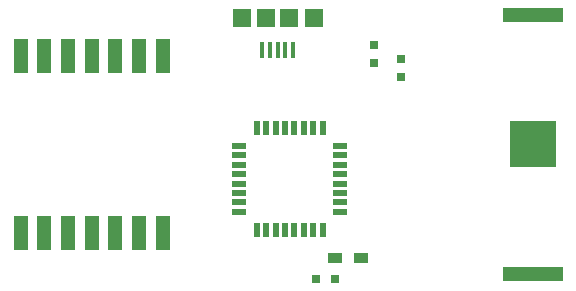
<source format=gbr>
G04 #@! TF.FileFunction,Paste,Bot*
%FSLAX46Y46*%
G04 Gerber Fmt 4.6, Leading zero omitted, Abs format (unit mm)*
G04 Created by KiCad (PCBNEW 4.0.7-e2-6376~61~ubuntu18.04.1) date Tue Jul 31 19:09:39 2018*
%MOMM*%
%LPD*%
G01*
G04 APERTURE LIST*
%ADD10C,0.100000*%
%ADD11R,1.200000X0.900000*%
%ADD12R,1.270000X0.558800*%
%ADD13R,0.558800X1.270000*%
%ADD14R,1.198880X2.999740*%
%ADD15R,3.960000X3.960000*%
%ADD16R,5.080000X1.270000*%
%ADD17R,0.800000X0.800000*%
%ADD18R,0.750000X0.800000*%
%ADD19R,0.450000X1.350000*%
%ADD20R,1.500000X1.550000*%
G04 APERTURE END LIST*
D10*
D11*
X105961000Y-85852000D03*
X108161000Y-85852000D03*
D12*
X97815400Y-81920080D03*
X97815400Y-81119980D03*
X97815400Y-80319880D03*
X97815400Y-79519780D03*
X97815400Y-78722220D03*
X97815400Y-77922120D03*
X97815400Y-77122020D03*
X97815400Y-76321920D03*
D13*
X99308920Y-74828400D03*
X100109020Y-74828400D03*
X100909120Y-74828400D03*
X101709220Y-74828400D03*
X102506780Y-74828400D03*
X103306880Y-74828400D03*
X104106980Y-74828400D03*
X104907080Y-74828400D03*
D12*
X106400600Y-76321920D03*
X106400600Y-77122020D03*
X106400600Y-77922120D03*
X106400600Y-78722220D03*
X106400600Y-79519780D03*
X106400600Y-80319880D03*
X106400600Y-81119980D03*
X106400600Y-81920080D03*
D13*
X104907080Y-83413600D03*
X104106980Y-83413600D03*
X103306880Y-83413600D03*
X102506780Y-83413600D03*
X101709220Y-83413600D03*
X100909120Y-83413600D03*
X100109020Y-83413600D03*
X99308920Y-83413600D03*
D14*
X79344520Y-68701920D03*
X81346040Y-68701920D03*
X83345020Y-68701920D03*
X85344000Y-68701920D03*
X87342980Y-68701920D03*
X89341960Y-68701920D03*
X91343480Y-68701920D03*
X91343480Y-83698080D03*
X89341960Y-83698080D03*
X87342980Y-83698080D03*
X85344000Y-83698080D03*
X83345020Y-83698080D03*
X81346040Y-83698080D03*
X79344520Y-83698080D03*
D15*
X122682000Y-76200000D03*
D16*
X122682000Y-87185000D03*
X122682000Y-65215000D03*
D17*
X105956000Y-87630000D03*
X104356000Y-87630000D03*
D18*
X111506000Y-70473000D03*
X111506000Y-68973000D03*
X109220000Y-69330000D03*
X109220000Y-67830000D03*
D19*
X99792000Y-68207000D03*
X100442000Y-68207000D03*
X101092000Y-68207000D03*
X101742000Y-68207000D03*
X102392000Y-68207000D03*
D20*
X100092000Y-65532000D03*
X102092000Y-65532000D03*
X98042000Y-65532000D03*
X104142000Y-65532000D03*
M02*

</source>
